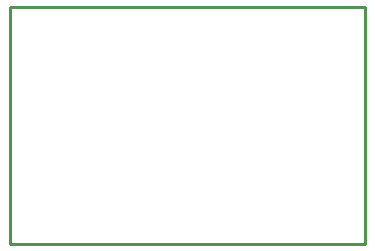
<source format=gm1>
G04 Layer_Color=16711935*
%FSLAX24Y24*%
%MOIN*%
G70*
G01*
G75*
%ADD18C,0.0100*%
D18*
X0Y7874D02*
X11811D01*
Y0D02*
Y7874D01*
X0Y0D02*
X11811D01*
X0D02*
Y7874D01*
M02*

</source>
